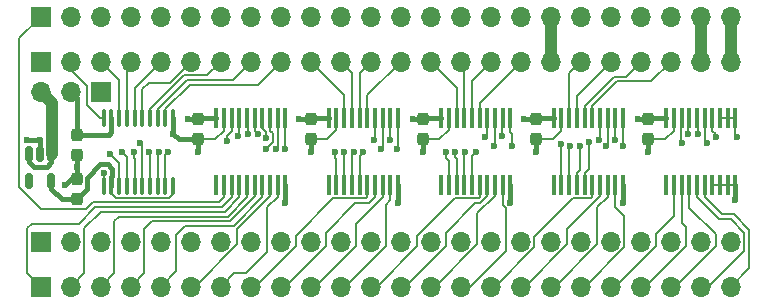
<source format=gbr>
%TF.GenerationSoftware,KiCad,Pcbnew,8.0.1*%
%TF.CreationDate,2024-03-31T10:02:36+09:00*%
%TF.ProjectId,TangNano9k5V,54616e67-4e61-46e6-9f39-6b35562e6b69,rev?*%
%TF.SameCoordinates,Original*%
%TF.FileFunction,Copper,L1,Top*%
%TF.FilePolarity,Positive*%
%FSLAX46Y46*%
G04 Gerber Fmt 4.6, Leading zero omitted, Abs format (unit mm)*
G04 Created by KiCad (PCBNEW 8.0.1) date 2024-03-31 10:02:36*
%MOMM*%
%LPD*%
G01*
G04 APERTURE LIST*
G04 Aperture macros list*
%AMRoundRect*
0 Rectangle with rounded corners*
0 $1 Rounding radius*
0 $2 $3 $4 $5 $6 $7 $8 $9 X,Y pos of 4 corners*
0 Add a 4 corners polygon primitive as box body*
4,1,4,$2,$3,$4,$5,$6,$7,$8,$9,$2,$3,0*
0 Add four circle primitives for the rounded corners*
1,1,$1+$1,$2,$3*
1,1,$1+$1,$4,$5*
1,1,$1+$1,$6,$7*
1,1,$1+$1,$8,$9*
0 Add four rect primitives between the rounded corners*
20,1,$1+$1,$2,$3,$4,$5,0*
20,1,$1+$1,$4,$5,$6,$7,0*
20,1,$1+$1,$6,$7,$8,$9,0*
20,1,$1+$1,$8,$9,$2,$3,0*%
G04 Aperture macros list end*
%TA.AperFunction,SMDPad,CuDef*%
%ADD10RoundRect,0.237500X-0.237500X0.300000X-0.237500X-0.300000X0.237500X-0.300000X0.237500X0.300000X0*%
%TD*%
%TA.AperFunction,SMDPad,CuDef*%
%ADD11RoundRect,0.237500X0.237500X-0.300000X0.237500X0.300000X-0.237500X0.300000X-0.237500X-0.300000X0*%
%TD*%
%TA.AperFunction,ComponentPad*%
%ADD12R,1.700000X1.700000*%
%TD*%
%TA.AperFunction,ComponentPad*%
%ADD13O,1.700000X1.700000*%
%TD*%
%TA.AperFunction,SMDPad,CuDef*%
%ADD14R,0.355600X1.676400*%
%TD*%
%TA.AperFunction,SMDPad,CuDef*%
%ADD15RoundRect,0.100000X0.100000X-0.637500X0.100000X0.637500X-0.100000X0.637500X-0.100000X-0.637500X0*%
%TD*%
%TA.AperFunction,SMDPad,CuDef*%
%ADD16RoundRect,0.150000X-0.150000X0.512500X-0.150000X-0.512500X0.150000X-0.512500X0.150000X0.512500X0*%
%TD*%
%TA.AperFunction,ViaPad*%
%ADD17C,0.600000*%
%TD*%
%TA.AperFunction,Conductor*%
%ADD18C,0.400000*%
%TD*%
%TA.AperFunction,Conductor*%
%ADD19C,1.000000*%
%TD*%
%TA.AperFunction,Conductor*%
%ADD20C,0.200000*%
%TD*%
G04 APERTURE END LIST*
D10*
%TO.P,C6,1*%
%TO.N,+3.3V*%
X25400000Y-11202500D03*
%TO.P,C6,2*%
%TO.N,GND*%
X25400000Y-12927500D03*
%TD*%
D11*
%TO.P,C3,1*%
%TO.N,+1V8*%
X5588000Y-18007500D03*
%TO.P,C3,2*%
%TO.N,GND*%
X5588000Y-16282500D03*
%TD*%
D12*
%TO.P,J3,1,Pin_1*%
%TO.N,PIN63*%
X2540000Y-2540000D03*
D13*
%TO.P,J3,2,Pin_2*%
%TO.N,PIN86*%
X5080000Y-2540000D03*
%TO.P,J3,3,Pin_3*%
%TO.N,PIN85*%
X7620000Y-2540000D03*
%TO.P,J3,4,Pin_4*%
%TO.N,PIN84*%
X10160000Y-2540000D03*
%TO.P,J3,5,Pin_5*%
%TO.N,PIN83*%
X12700000Y-2540000D03*
%TO.P,J3,6,Pin_6*%
%TO.N,PIN82*%
X15240000Y-2540000D03*
%TO.P,J3,7,Pin_7*%
%TO.N,PIN81*%
X17780000Y-2540000D03*
%TO.P,J3,8,Pin_8*%
%TO.N,PIN80*%
X20320000Y-2540000D03*
%TO.P,J3,9,Pin_9*%
%TO.N,PIN79*%
X22860000Y-2540000D03*
%TO.P,J3,10,Pin_10*%
%TO.N,PIN77*%
X25400000Y-2540000D03*
%TO.P,J3,11,Pin_11*%
%TO.N,PIN76*%
X27940000Y-2540000D03*
%TO.P,J3,12,Pin_12*%
%TO.N,PIN75*%
X30480000Y-2540000D03*
%TO.P,J3,13,Pin_13*%
%TO.N,PIN74*%
X33020000Y-2540000D03*
%TO.P,J3,14,Pin_14*%
%TO.N,PIN73*%
X35560000Y-2540000D03*
%TO.P,J3,15,Pin_15*%
%TO.N,PIN72*%
X38100000Y-2540000D03*
%TO.P,J3,16,Pin_16*%
%TO.N,PIN71*%
X40640000Y-2540000D03*
%TO.P,J3,17,Pin_17*%
%TO.N,PIN70*%
X43180000Y-2540000D03*
%TO.P,J3,18,Pin_18*%
%TO.N,+5V*%
X45720000Y-2540000D03*
%TO.P,J3,19,Pin_19*%
%TO.N,PIN48*%
X48260000Y-2540000D03*
%TO.P,J3,20,Pin_20*%
%TO.N,PIN49*%
X50800000Y-2540000D03*
%TO.P,J3,21,Pin_21*%
%TO.N,PIN31*%
X53340000Y-2540000D03*
%TO.P,J3,22,Pin_22*%
%TO.N,PIN32*%
X55880000Y-2540000D03*
%TO.P,J3,23,Pin_23*%
%TO.N,GND*%
X58420000Y-2540000D03*
%TO.P,J3,24,Pin_24*%
%TO.N,+3.3V*%
X60960000Y-2540000D03*
%TD*%
D14*
%TO.P,U5,1,NC*%
%TO.N,unconnected-(U5-NC-Pad1)*%
X45970000Y-16789400D03*
%TO.P,U5,2,A1*%
%TO.N,PIN48*%
X46620001Y-16789400D03*
%TO.P,U5,3,A2*%
%TO.N,PIN49*%
X47269999Y-16789400D03*
%TO.P,U5,4,A3*%
%TO.N,PIN31*%
X47920001Y-16789400D03*
%TO.P,U5,5,A4*%
%TO.N,PIN32*%
X48569999Y-16789400D03*
%TO.P,U5,6,A5*%
%TO.N,PIN42*%
X49219998Y-16789400D03*
%TO.P,U5,7,A6*%
%TO.N,PIN51*%
X49869999Y-16789400D03*
%TO.P,U5,8,A7*%
%TO.N,PIN53*%
X50519998Y-16789400D03*
%TO.P,U5,9,A8*%
%TO.N,PIN54*%
X51169999Y-16789400D03*
%TO.P,U5,10,GND*%
%TO.N,GND*%
X51819998Y-16789400D03*
%TO.P,U5,11,B8*%
%TO.N,PIN54_H*%
X51820000Y-11150600D03*
%TO.P,U5,12,B7*%
%TO.N,PIN53_H*%
X51170002Y-11150600D03*
%TO.P,U5,13,B6*%
%TO.N,PIN51_H*%
X50520001Y-11150600D03*
%TO.P,U5,14,B5*%
%TO.N,PIN42_H*%
X49870002Y-11150600D03*
%TO.P,U5,15,B4*%
%TO.N,PIN32_H*%
X49220001Y-11150600D03*
%TO.P,U5,16,B3*%
%TO.N,PIN31_H*%
X48570002Y-11150600D03*
%TO.P,U5,17,B2*%
%TO.N,PIN49_H*%
X47920001Y-11150600D03*
%TO.P,U5,18,B1*%
%TO.N,PIN48_H*%
X47270002Y-11150600D03*
%TO.P,U5,19,\u002AOE*%
%TO.N,GND*%
X46620001Y-11150600D03*
%TO.P,U5,20,VCC*%
%TO.N,+3.3V*%
X45970002Y-11150600D03*
%TD*%
D10*
%TO.P,C7,1*%
%TO.N,+3.3V*%
X34925000Y-11202500D03*
%TO.P,C7,2*%
%TO.N,GND*%
X34925000Y-12927500D03*
%TD*%
%TO.P,C8,1*%
%TO.N,+3.3V*%
X44450000Y-11202500D03*
%TO.P,C8,2*%
%TO.N,GND*%
X44450000Y-12927500D03*
%TD*%
D14*
%TO.P,U3,1,NC*%
%TO.N,unconnected-(U3-NC-Pad1)*%
X26920000Y-16789400D03*
%TO.P,U3,2,A1*%
%TO.N,PIN77*%
X27570001Y-16789400D03*
%TO.P,U3,3,A2*%
%TO.N,PIN76*%
X28219999Y-16789400D03*
%TO.P,U3,4,A3*%
%TO.N,PIN75*%
X28870001Y-16789400D03*
%TO.P,U3,5,A4*%
%TO.N,PIN74*%
X29519999Y-16789400D03*
%TO.P,U3,6,A5*%
%TO.N,PIN28*%
X30169998Y-16789400D03*
%TO.P,U3,7,A6*%
%TO.N,PIN29*%
X30819999Y-16789400D03*
%TO.P,U3,8,A7*%
%TO.N,PIN30*%
X31469998Y-16789400D03*
%TO.P,U3,9,A8*%
%TO.N,PIN33*%
X32119999Y-16789400D03*
%TO.P,U3,10,GND*%
%TO.N,GND*%
X32769998Y-16789400D03*
%TO.P,U3,11,B8*%
%TO.N,PIN33_H*%
X32770000Y-11150600D03*
%TO.P,U3,12,B7*%
%TO.N,PIN30_H*%
X32120002Y-11150600D03*
%TO.P,U3,13,B6*%
%TO.N,PIN29_H*%
X31470001Y-11150600D03*
%TO.P,U3,14,B5*%
%TO.N,PIN28_H*%
X30820002Y-11150600D03*
%TO.P,U3,15,B4*%
%TO.N,PIN74_H*%
X30170001Y-11150600D03*
%TO.P,U3,16,B3*%
%TO.N,PIN75_H*%
X29520002Y-11150600D03*
%TO.P,U3,17,B2*%
%TO.N,PIN76_H*%
X28870001Y-11150600D03*
%TO.P,U3,18,B1*%
%TO.N,PIN77_H*%
X28220002Y-11150600D03*
%TO.P,U3,19,\u002AOE*%
%TO.N,GND*%
X27570001Y-11150600D03*
%TO.P,U3,20,VCC*%
%TO.N,+3.3V*%
X26920002Y-11150600D03*
%TD*%
%TO.P,U6,1,NC*%
%TO.N,unconnected-(U6-NC-Pad1)*%
X55495000Y-16789400D03*
%TO.P,U6,2,A1*%
%TO.N,PIN55*%
X56145001Y-16789400D03*
%TO.P,U6,3,A2*%
%TO.N,PIN56*%
X56794999Y-16789400D03*
%TO.P,U6,4,A3*%
%TO.N,PIN57*%
X57445001Y-16789400D03*
%TO.P,U6,5,A4*%
%TO.N,PIN68*%
X58094999Y-16789400D03*
%TO.P,U6,6,A5*%
%TO.N,PIN69*%
X58744998Y-16789400D03*
%TO.P,U6,7,A6*%
%TO.N,GND*%
X59394999Y-16789400D03*
%TO.P,U6,8,A7*%
X60044998Y-16789400D03*
%TO.P,U6,9,A8*%
X60694999Y-16789400D03*
%TO.P,U6,10,GND*%
X61344998Y-16789400D03*
%TO.P,U6,11,B8*%
X61345000Y-11150600D03*
%TO.P,U6,12,B7*%
X60695002Y-11150600D03*
%TO.P,U6,13,B6*%
X60045001Y-11150600D03*
%TO.P,U6,14,B5*%
%TO.N,PIN69_H*%
X59395002Y-11150600D03*
%TO.P,U6,15,B4*%
%TO.N,PIN68_H*%
X58745001Y-11150600D03*
%TO.P,U6,16,B3*%
%TO.N,PIN57_H*%
X58095002Y-11150600D03*
%TO.P,U6,17,B2*%
%TO.N,PIN56_H*%
X57445001Y-11150600D03*
%TO.P,U6,18,B1*%
%TO.N,PIN55_H*%
X56795002Y-11150600D03*
%TO.P,U6,19,\u002AOE*%
%TO.N,GND*%
X56145001Y-11150600D03*
%TO.P,U6,20,VCC*%
%TO.N,+3.3V*%
X55495002Y-11150600D03*
%TD*%
%TO.P,U4,1,NC*%
%TO.N,unconnected-(U4-NC-Pad1)*%
X36445000Y-16789400D03*
%TO.P,U4,2,A1*%
%TO.N,PIN73*%
X37095001Y-16789400D03*
%TO.P,U4,3,A2*%
%TO.N,PIN72*%
X37744999Y-16789400D03*
%TO.P,U4,4,A3*%
%TO.N,PIN71*%
X38395001Y-16789400D03*
%TO.P,U4,5,A4*%
%TO.N,PIN70*%
X39044999Y-16789400D03*
%TO.P,U4,6,A5*%
%TO.N,PIN34*%
X39694998Y-16789400D03*
%TO.P,U4,7,A6*%
%TO.N,PIN40*%
X40344999Y-16789400D03*
%TO.P,U4,8,A7*%
%TO.N,PIN35*%
X40994998Y-16789400D03*
%TO.P,U4,9,A8*%
%TO.N,PIN41*%
X41644999Y-16789400D03*
%TO.P,U4,10,GND*%
%TO.N,GND*%
X42294998Y-16789400D03*
%TO.P,U4,11,B8*%
%TO.N,PIN41_H*%
X42295000Y-11150600D03*
%TO.P,U4,12,B7*%
%TO.N,PIN35_H*%
X41645002Y-11150600D03*
%TO.P,U4,13,B6*%
%TO.N,PIN40_H*%
X40995001Y-11150600D03*
%TO.P,U4,14,B5*%
%TO.N,PIN34_H*%
X40345002Y-11150600D03*
%TO.P,U4,15,B4*%
%TO.N,PIN70_H*%
X39695001Y-11150600D03*
%TO.P,U4,16,B3*%
%TO.N,PIN71_H*%
X39045002Y-11150600D03*
%TO.P,U4,17,B2*%
%TO.N,PIN72_H*%
X38395001Y-11150600D03*
%TO.P,U4,18,B1*%
%TO.N,PIN73_H*%
X37745002Y-11150600D03*
%TO.P,U4,19,\u002AOE*%
%TO.N,GND*%
X37095001Y-11150600D03*
%TO.P,U4,20,VCC*%
%TO.N,+3.3V*%
X36445002Y-11150600D03*
%TD*%
D12*
%TO.P,J1,1,Pin_1*%
%TO.N,+5V*%
X7605000Y-8890000D03*
D13*
%TO.P,J1,2,Pin_2*%
%TO.N,Net-(J1-Pin_2)*%
X5065000Y-8890000D03*
%TO.P,J1,3,Pin_3*%
%TO.N,+3.3V*%
X2525000Y-8890000D03*
%TD*%
D14*
%TO.P,U2,1,NC*%
%TO.N,unconnected-(U2-NC-Pad1)*%
X17395000Y-16789400D03*
%TO.P,U2,2,A1*%
%TO.N,PIN63*%
X18045001Y-16789400D03*
%TO.P,U2,3,A2*%
%TO.N,PIN38*%
X18694999Y-16789400D03*
%TO.P,U2,4,A3*%
%TO.N,PIN37*%
X19345001Y-16789400D03*
%TO.P,U2,5,A4*%
%TO.N,PIN36*%
X19994999Y-16789400D03*
%TO.P,U2,6,A5*%
%TO.N,PIN39*%
X20644998Y-16789400D03*
%TO.P,U2,7,A6*%
%TO.N,PIN25*%
X21294999Y-16789400D03*
%TO.P,U2,8,A7*%
%TO.N,PIN26*%
X21944998Y-16789400D03*
%TO.P,U2,9,A8*%
%TO.N,PIN27*%
X22594999Y-16789400D03*
%TO.P,U2,10,GND*%
%TO.N,GND*%
X23244998Y-16789400D03*
%TO.P,U2,11,B8*%
%TO.N,PIN27_H*%
X23245000Y-11150600D03*
%TO.P,U2,12,B7*%
%TO.N,PIN26_H*%
X22595002Y-11150600D03*
%TO.P,U2,13,B6*%
%TO.N,PIN25_H*%
X21945001Y-11150600D03*
%TO.P,U2,14,B5*%
%TO.N,PIN39_H*%
X21295002Y-11150600D03*
%TO.P,U2,15,B4*%
%TO.N,PIN36_H*%
X20645001Y-11150600D03*
%TO.P,U2,16,B3*%
%TO.N,PIN37_H*%
X19995002Y-11150600D03*
%TO.P,U2,17,B2*%
%TO.N,PIN38_H*%
X19345001Y-11150600D03*
%TO.P,U2,18,B1*%
%TO.N,PIN63_H*%
X18695002Y-11150600D03*
%TO.P,U2,19,\u002AOE*%
%TO.N,GND*%
X18045001Y-11150600D03*
%TO.P,U2,20,VCC*%
%TO.N,+3.3V*%
X17395002Y-11150600D03*
%TD*%
D15*
%TO.P,U1,1,A1*%
%TO.N,PIN86*%
X7870000Y-16832500D03*
%TO.P,U1,2,VCCA*%
%TO.N,+1V8*%
X8520000Y-16832500D03*
%TO.P,U1,3,A2*%
%TO.N,PIN85*%
X9170000Y-16832500D03*
%TO.P,U1,4,A3*%
%TO.N,PIN84*%
X9820000Y-16832500D03*
%TO.P,U1,5,A4*%
%TO.N,PIN83*%
X10470000Y-16832500D03*
%TO.P,U1,6,A5*%
%TO.N,PIN82*%
X11120000Y-16832500D03*
%TO.P,U1,7,A6*%
%TO.N,PIN81*%
X11770000Y-16832500D03*
%TO.P,U1,8,A7*%
%TO.N,PIN80*%
X12420000Y-16832500D03*
%TO.P,U1,9,A8*%
%TO.N,PIN79*%
X13070000Y-16832500D03*
%TO.P,U1,10,OE*%
%TO.N,+1V8*%
X13720000Y-16832500D03*
%TO.P,U1,11,GND*%
%TO.N,GND*%
X13720000Y-11107500D03*
%TO.P,U1,12,B8*%
%TO.N,PIN79_H*%
X13070000Y-11107500D03*
%TO.P,U1,13,B7*%
%TO.N,PIN80_H*%
X12420000Y-11107500D03*
%TO.P,U1,14,B6*%
%TO.N,PIN81_H*%
X11770000Y-11107500D03*
%TO.P,U1,15,B5*%
%TO.N,PIN82_H*%
X11120000Y-11107500D03*
%TO.P,U1,16,B4*%
%TO.N,PIN83_H*%
X10470000Y-11107500D03*
%TO.P,U1,17,B3*%
%TO.N,PIN84_H*%
X9820000Y-11107500D03*
%TO.P,U1,18,B2*%
%TO.N,PIN85_H*%
X9170000Y-11107500D03*
%TO.P,U1,19,VCCB*%
%TO.N,Net-(J1-Pin_2)*%
X8520000Y-11107500D03*
%TO.P,U1,20,B1*%
%TO.N,PIN86_H*%
X7870000Y-11107500D03*
%TD*%
D10*
%TO.P,C4,1*%
%TO.N,Net-(J1-Pin_2)*%
X5588000Y-12525500D03*
%TO.P,C4,2*%
%TO.N,GND*%
X5588000Y-14250500D03*
%TD*%
D16*
%TO.P,PS1,1,IN*%
%TO.N,+3.3V*%
X3424000Y-14197000D03*
%TO.P,PS1,2,GND*%
%TO.N,GND*%
X2474000Y-14197000D03*
%TO.P,PS1,3,EN*%
%TO.N,+3.3V*%
X1524000Y-14197000D03*
%TO.P,PS1,4,NC*%
%TO.N,unconnected-(PS1-NC-Pad4)*%
X1524000Y-16472000D03*
%TO.P,PS1,5,OUT*%
%TO.N,+1V8*%
X3424000Y-16472000D03*
%TD*%
D10*
%TO.P,C5,1*%
%TO.N,+3.3V*%
X15875000Y-11202500D03*
%TO.P,C5,2*%
%TO.N,GND*%
X15875000Y-12927500D03*
%TD*%
%TO.P,C9,1*%
%TO.N,+3.3V*%
X53975000Y-11202500D03*
%TO.P,C9,2*%
%TO.N,GND*%
X53975000Y-12927500D03*
%TD*%
D12*
%TO.P,J2,1,Pin_1*%
%TO.N,PIN38*%
X2540000Y-25400000D03*
D13*
%TO.P,J2,2,Pin_2*%
%TO.N,PIN37*%
X5080000Y-25400000D03*
%TO.P,J2,3,Pin_3*%
%TO.N,PIN36*%
X7620000Y-25400000D03*
%TO.P,J2,4,Pin_4*%
%TO.N,PIN39*%
X10160000Y-25400000D03*
%TO.P,J2,5,Pin_5*%
%TO.N,PIN25*%
X12700000Y-25400000D03*
%TO.P,J2,6,Pin_6*%
%TO.N,PIN26*%
X15240000Y-25400000D03*
%TO.P,J2,7,Pin_7*%
%TO.N,PIN27*%
X17780000Y-25400000D03*
%TO.P,J2,8,Pin_8*%
%TO.N,PIN28*%
X20320000Y-25400000D03*
%TO.P,J2,9,Pin_9*%
%TO.N,PIN29*%
X22860000Y-25400000D03*
%TO.P,J2,10,Pin_10*%
%TO.N,PIN30*%
X25400000Y-25400000D03*
%TO.P,J2,11,Pin_11*%
%TO.N,PIN33*%
X27940000Y-25400000D03*
%TO.P,J2,12,Pin_12*%
%TO.N,PIN34*%
X30480000Y-25400000D03*
%TO.P,J2,13,Pin_13*%
%TO.N,PIN40*%
X33020000Y-25400000D03*
%TO.P,J2,14,Pin_14*%
%TO.N,PIN35*%
X35560000Y-25400000D03*
%TO.P,J2,15,Pin_15*%
%TO.N,PIN41*%
X38100000Y-25400000D03*
%TO.P,J2,16,Pin_16*%
%TO.N,PIN42*%
X40640000Y-25400000D03*
%TO.P,J2,17,Pin_17*%
%TO.N,PIN51*%
X43180000Y-25400000D03*
%TO.P,J2,18,Pin_18*%
%TO.N,PIN53*%
X45720000Y-25400000D03*
%TO.P,J2,19,Pin_19*%
%TO.N,PIN54*%
X48260000Y-25400000D03*
%TO.P,J2,20,Pin_20*%
%TO.N,PIN55*%
X50800000Y-25400000D03*
%TO.P,J2,21,Pin_21*%
%TO.N,PIN56*%
X53340000Y-25400000D03*
%TO.P,J2,22,Pin_22*%
%TO.N,PIN57*%
X55880000Y-25400000D03*
%TO.P,J2,23,Pin_23*%
%TO.N,PIN68*%
X58420000Y-25400000D03*
%TO.P,J2,24,Pin_24*%
%TO.N,PIN69*%
X60960000Y-25400000D03*
%TD*%
D12*
%TO.P,J5,1,Pin_1*%
%TO.N,PIN63_H*%
X2540000Y-6350000D03*
D13*
%TO.P,J5,2,Pin_2*%
%TO.N,PIN86_H*%
X5080000Y-6350000D03*
%TO.P,J5,3,Pin_3*%
%TO.N,PIN85_H*%
X7620000Y-6350000D03*
%TO.P,J5,4,Pin_4*%
%TO.N,PIN84_H*%
X10160000Y-6350000D03*
%TO.P,J5,5,Pin_5*%
%TO.N,PIN83_H*%
X12700000Y-6350000D03*
%TO.P,J5,6,Pin_6*%
%TO.N,PIN82_H*%
X15240000Y-6350000D03*
%TO.P,J5,7,Pin_7*%
%TO.N,PIN81_H*%
X17780000Y-6350000D03*
%TO.P,J5,8,Pin_8*%
%TO.N,PIN80_H*%
X20320000Y-6350000D03*
%TO.P,J5,9,Pin_9*%
%TO.N,PIN79_H*%
X22860000Y-6350000D03*
%TO.P,J5,10,Pin_10*%
%TO.N,PIN77_H*%
X25400000Y-6350000D03*
%TO.P,J5,11,Pin_11*%
%TO.N,PIN76_H*%
X27940000Y-6350000D03*
%TO.P,J5,12,Pin_12*%
%TO.N,PIN75_H*%
X30480000Y-6350000D03*
%TO.P,J5,13,Pin_13*%
%TO.N,PIN74_H*%
X33020000Y-6350000D03*
%TO.P,J5,14,Pin_14*%
%TO.N,PIN73_H*%
X35560000Y-6350000D03*
%TO.P,J5,15,Pin_15*%
%TO.N,PIN72_H*%
X38100000Y-6350000D03*
%TO.P,J5,16,Pin_16*%
%TO.N,PIN71_H*%
X40640000Y-6350000D03*
%TO.P,J5,17,Pin_17*%
%TO.N,PIN70_H*%
X43180000Y-6350000D03*
%TO.P,J5,18,Pin_18*%
%TO.N,+5V*%
X45720000Y-6350000D03*
%TO.P,J5,19,Pin_19*%
%TO.N,PIN48_H*%
X48260000Y-6350000D03*
%TO.P,J5,20,Pin_20*%
%TO.N,PIN49_H*%
X50800000Y-6350000D03*
%TO.P,J5,21,Pin_21*%
%TO.N,PIN31_H*%
X53340000Y-6350000D03*
%TO.P,J5,22,Pin_22*%
%TO.N,PIN32_H*%
X55880000Y-6350000D03*
%TO.P,J5,23,Pin_23*%
%TO.N,GND*%
X58420000Y-6350000D03*
%TO.P,J5,24,Pin_24*%
%TO.N,+3.3V*%
X60960000Y-6350000D03*
%TD*%
D12*
%TO.P,J4,1,Pin_1*%
%TO.N,PIN38_H*%
X2540000Y-21590000D03*
D13*
%TO.P,J4,2,Pin_2*%
%TO.N,PIN37_H*%
X5080000Y-21590000D03*
%TO.P,J4,3,Pin_3*%
%TO.N,PIN36_H*%
X7620000Y-21590000D03*
%TO.P,J4,4,Pin_4*%
%TO.N,PIN39_H*%
X10160000Y-21590000D03*
%TO.P,J4,5,Pin_5*%
%TO.N,PIN25_H*%
X12700000Y-21590000D03*
%TO.P,J4,6,Pin_6*%
%TO.N,PIN26_H*%
X15240000Y-21590000D03*
%TO.P,J4,7,Pin_7*%
%TO.N,PIN27_H*%
X17780000Y-21590000D03*
%TO.P,J4,8,Pin_8*%
%TO.N,PIN28_H*%
X20320000Y-21590000D03*
%TO.P,J4,9,Pin_9*%
%TO.N,PIN29_H*%
X22860000Y-21590000D03*
%TO.P,J4,10,Pin_10*%
%TO.N,PIN30_H*%
X25400000Y-21590000D03*
%TO.P,J4,11,Pin_11*%
%TO.N,PIN33_H*%
X27940000Y-21590000D03*
%TO.P,J4,12,Pin_12*%
%TO.N,PIN34_H*%
X30480000Y-21590000D03*
%TO.P,J4,13,Pin_13*%
%TO.N,PIN40_H*%
X33020000Y-21590000D03*
%TO.P,J4,14,Pin_14*%
%TO.N,PIN35_H*%
X35560000Y-21590000D03*
%TO.P,J4,15,Pin_15*%
%TO.N,PIN41_H*%
X38100000Y-21590000D03*
%TO.P,J4,16,Pin_16*%
%TO.N,PIN42_H*%
X40640000Y-21590000D03*
%TO.P,J4,17,Pin_17*%
%TO.N,PIN51_H*%
X43180000Y-21590000D03*
%TO.P,J4,18,Pin_18*%
%TO.N,PIN53_H*%
X45720000Y-21590000D03*
%TO.P,J4,19,Pin_19*%
%TO.N,PIN54_H*%
X48260000Y-21590000D03*
%TO.P,J4,20,Pin_20*%
%TO.N,PIN55_H*%
X50800000Y-21590000D03*
%TO.P,J4,21,Pin_21*%
%TO.N,PIN56_H*%
X53340000Y-21590000D03*
%TO.P,J4,22,Pin_22*%
%TO.N,PIN57_H*%
X55880000Y-21590000D03*
%TO.P,J4,23,Pin_23*%
%TO.N,PIN68_H*%
X58420000Y-21590000D03*
%TO.P,J4,24,Pin_24*%
%TO.N,PIN69_H*%
X60960000Y-21590000D03*
%TD*%
D17*
%TO.N,+3.3V*%
X53086000Y-11176000D03*
X43434000Y-11176000D03*
X34036000Y-11176000D03*
X24384000Y-11176000D03*
X14986000Y-11176000D03*
%TO.N,GND*%
X25400000Y-13970000D03*
X34925000Y-13970000D03*
X13716000Y-12446000D03*
X51816000Y-18288000D03*
X61468000Y-12700000D03*
X4572000Y-16764000D03*
X2474000Y-13015000D03*
X5588000Y-15240000D03*
X53975000Y-13970000D03*
X1331000Y-13015000D03*
X61277500Y-18097500D03*
X23241000Y-18288000D03*
X32766000Y-18288000D03*
X42291000Y-18288000D03*
X15875000Y-13970000D03*
X44450000Y-13970000D03*
%TO.N,PIN86*%
X7874000Y-15748000D03*
%TO.N,PIN85*%
X8382000Y-14132000D03*
%TO.N,PIN84*%
X9398000Y-13970000D03*
%TO.N,PIN83*%
X10414000Y-13970000D03*
%TO.N,PIN82*%
X10922000Y-13208000D03*
%TO.N,PIN81*%
X11720000Y-13970000D03*
%TO.N,PIN80*%
X12520003Y-13970000D03*
%TO.N,PIN79*%
X13320006Y-13970000D03*
%TO.N,PIN77*%
X27432000Y-13970000D03*
%TO.N,PIN76*%
X28232003Y-13970000D03*
%TO.N,PIN75*%
X29032006Y-13970000D03*
%TO.N,PIN74*%
X29829706Y-14030650D03*
%TO.N,PIN73*%
X36830000Y-13970000D03*
%TO.N,PIN72*%
X37630003Y-13970000D03*
%TO.N,PIN71*%
X38430006Y-13970000D03*
%TO.N,PIN70*%
X39370000Y-13970000D03*
%TO.N,PIN48*%
X46600276Y-13326276D03*
%TO.N,PIN49*%
X47375805Y-13522639D03*
%TO.N,PIN31*%
X48172129Y-13446015D03*
%TO.N,PIN32*%
X48915758Y-13151024D03*
%TO.N,PIN38_H*%
X19260619Y-12656619D03*
%TO.N,PIN37_H*%
X20084937Y-12452238D03*
%TO.N,PIN36_H*%
X20884911Y-12445522D03*
%TO.N,PIN39_H*%
X21581684Y-12838601D03*
%TO.N,PIN25_H*%
X21590000Y-13716000D03*
%TO.N,PIN26_H*%
X22414266Y-13740263D03*
%TO.N,PIN27_H*%
X23213788Y-13712540D03*
%TO.N,PIN28_H*%
X30734000Y-12954000D03*
%TO.N,PIN29_H*%
X31344556Y-13724938D03*
%TO.N,PIN30_H*%
X32070001Y-12954000D03*
%TO.N,PIN33_H*%
X32670001Y-13716000D03*
%TO.N,PIN34_H*%
X40132000Y-12700000D03*
%TO.N,PIN40_H*%
X40894000Y-13462000D03*
%TO.N,PIN35_H*%
X41595001Y-12642313D03*
%TO.N,PIN41_H*%
X42418000Y-13462000D03*
%TO.N,PIN42_H*%
X49784000Y-12954000D03*
%TO.N,PIN51_H*%
X50349687Y-13519687D03*
%TO.N,PIN53_H*%
X51120001Y-12954000D03*
%TO.N,PIN54_H*%
X51816000Y-13462000D03*
%TO.N,PIN55_H*%
X56804000Y-13208000D03*
%TO.N,PIN56_H*%
X57344998Y-12446000D03*
%TO.N,PIN57_H*%
X58145001Y-12446000D03*
%TO.N,PIN68_H*%
X58928000Y-13208000D03*
%TO.N,PIN69_H*%
X59690000Y-12700000D03*
%TO.N,PIN63_H*%
X18263291Y-13088261D03*
%TD*%
D18*
%TO.N,+3.3V*%
X3023999Y-15259500D02*
X3424000Y-14859499D01*
X25373500Y-11176000D02*
X25400000Y-11202500D01*
X54026900Y-11150600D02*
X53975000Y-11202500D01*
X14986000Y-11176000D02*
X15848500Y-11176000D01*
X3424000Y-14859499D02*
X3424000Y-14197000D01*
X53086000Y-11176000D02*
X53948500Y-11176000D01*
X34036000Y-11176000D02*
X34898500Y-11176000D01*
D19*
X3474000Y-9839000D02*
X3474000Y-14197000D01*
D18*
X34976900Y-11150600D02*
X34925000Y-11202500D01*
X1524000Y-14859499D02*
X1924001Y-15259500D01*
X43434000Y-11176000D02*
X44423500Y-11176000D01*
X36445002Y-11150600D02*
X34976900Y-11150600D01*
X45970002Y-11150600D02*
X44501900Y-11150600D01*
X34898500Y-11176000D02*
X34925000Y-11202500D01*
X44423500Y-11176000D02*
X44450000Y-11202500D01*
D19*
X2525000Y-8890000D02*
X3474000Y-9839000D01*
D18*
X1924001Y-15259500D02*
X3023999Y-15259500D01*
X26920002Y-11150600D02*
X25451900Y-11150600D01*
X24384000Y-11176000D02*
X25373500Y-11176000D01*
D19*
X60960000Y-2540000D02*
X60960000Y-6350000D01*
D18*
X53948500Y-11176000D02*
X53975000Y-11202500D01*
X15848500Y-11176000D02*
X15875000Y-11202500D01*
X55495002Y-11150600D02*
X54026900Y-11150600D01*
X15926900Y-11150600D02*
X15875000Y-11202500D01*
X1524000Y-14197000D02*
X1524000Y-14859499D01*
X17395002Y-11150600D02*
X15926900Y-11150600D01*
X25451900Y-11150600D02*
X25400000Y-11202500D01*
X44501900Y-11150600D02*
X44450000Y-11202500D01*
%TO.N,GND*%
X23244998Y-16789400D02*
X23244998Y-18284002D01*
X14197500Y-12927500D02*
X13716000Y-12446000D01*
X2474000Y-14197000D02*
X2474000Y-13015000D01*
X25400000Y-12927500D02*
X25400000Y-13970000D01*
D20*
X61345000Y-11150600D02*
X61345000Y-12577000D01*
X34925000Y-12927500D02*
X36284102Y-12927500D01*
D18*
X32769998Y-18284002D02*
X32766000Y-18288000D01*
D20*
X61345000Y-12577000D02*
X61468000Y-12700000D01*
X55406301Y-12927500D02*
X56145001Y-12188800D01*
D18*
X2474000Y-13015000D02*
X1331000Y-13015000D01*
X61344998Y-18030002D02*
X61277500Y-18097500D01*
D20*
X27570001Y-12116601D02*
X27570001Y-11150600D01*
D18*
X13720000Y-12442000D02*
X13716000Y-12446000D01*
X23244998Y-18284002D02*
X23241000Y-18288000D01*
X32769998Y-16789400D02*
X32769998Y-18284002D01*
X5588000Y-14250500D02*
X5588000Y-16282500D01*
X34925000Y-12927500D02*
X34925000Y-13970000D01*
X51819998Y-16789400D02*
X51819998Y-18284002D01*
D20*
X37095001Y-12116601D02*
X37095001Y-11150600D01*
D18*
X5588000Y-16282500D02*
X5053500Y-16282500D01*
X44450000Y-12927500D02*
X44450000Y-13970000D01*
D20*
X46620001Y-12188800D02*
X46620001Y-11150600D01*
D18*
X42294998Y-16789400D02*
X42294998Y-18284002D01*
D20*
X56145001Y-12188800D02*
X56145001Y-11150600D01*
D18*
X53975000Y-12927500D02*
X53975000Y-13970000D01*
D20*
X15875000Y-12927500D02*
X17306301Y-12927500D01*
X44450000Y-12927500D02*
X45881301Y-12927500D01*
X53975000Y-12927500D02*
X55406301Y-12927500D01*
X18045001Y-12188800D02*
X18045001Y-11150600D01*
X45881301Y-12927500D02*
X46620001Y-12188800D01*
X36284102Y-12927500D02*
X37095001Y-12116601D01*
X60694999Y-16789400D02*
X59394999Y-16789400D01*
X61345000Y-11150600D02*
X60045001Y-11150600D01*
D18*
X15875000Y-12927500D02*
X15875000Y-13970000D01*
D20*
X60694999Y-16789400D02*
X61344998Y-16789400D01*
D18*
X61344998Y-16789400D02*
X61344998Y-18030002D01*
X42294998Y-18284002D02*
X42291000Y-18288000D01*
D20*
X26759102Y-12927500D02*
X27570001Y-12116601D01*
D18*
X15875000Y-12927500D02*
X14197500Y-12927500D01*
X13720000Y-11107500D02*
X13720000Y-12442000D01*
X5053500Y-16282500D02*
X4572000Y-16764000D01*
D20*
X17306301Y-12927500D02*
X18045001Y-12188800D01*
X25400000Y-12927500D02*
X26759102Y-12927500D01*
D18*
X51819998Y-18284002D02*
X51816000Y-18288000D01*
D19*
X58420000Y-6350000D02*
X58420000Y-2540000D01*
%TO.N,+5V*%
X45720000Y-2540000D02*
X45720000Y-6350000D01*
D20*
%TO.N,+1V8*%
X8901544Y-17870000D02*
X8520000Y-17488456D01*
D18*
X4297001Y-18007500D02*
X5588000Y-18007500D01*
D20*
X8520000Y-17488456D02*
X8520000Y-16832500D01*
D18*
X6463000Y-17132500D02*
X5588000Y-18007500D01*
D20*
X13419999Y-17870000D02*
X8901544Y-17870000D01*
D18*
X8574000Y-16037950D02*
X8574000Y-15432000D01*
D20*
X13720000Y-17569999D02*
X13419999Y-17870000D01*
D18*
X8190000Y-15048000D02*
X7584050Y-15048000D01*
X3424000Y-17134499D02*
X4297001Y-18007500D01*
X3424000Y-16472000D02*
X3424000Y-17134499D01*
X8520000Y-16832500D02*
X8520000Y-16091950D01*
D20*
X13720000Y-16832500D02*
X13720000Y-17569999D01*
D18*
X8520000Y-16091950D02*
X8574000Y-16037950D01*
X8574000Y-15432000D02*
X8190000Y-15048000D01*
X7584050Y-15048000D02*
X6463000Y-16169050D01*
X6463000Y-16169050D02*
X6463000Y-17132500D01*
D20*
%TO.N,PIN38*%
X2540000Y-25400000D02*
X1390000Y-24250000D01*
X1778000Y-20050000D02*
X5732000Y-20050000D01*
X18694999Y-17827600D02*
X18694999Y-16789400D01*
X5732000Y-20050000D02*
X7112000Y-18670000D01*
X1390000Y-24250000D02*
X1390000Y-20438000D01*
X17852599Y-18670000D02*
X18694999Y-17827600D01*
X7112000Y-18670000D02*
X17852599Y-18670000D01*
X1390000Y-20438000D02*
X1778000Y-20050000D01*
%TO.N,PIN37*%
X7620000Y-19070000D02*
X18102601Y-19070000D01*
X5080000Y-25400000D02*
X6230000Y-24250000D01*
X18102601Y-19070000D02*
X19345001Y-17827600D01*
X6230000Y-20460000D02*
X7620000Y-19070000D01*
X6230000Y-24250000D02*
X6230000Y-20460000D01*
X19345001Y-17827600D02*
X19345001Y-16789400D01*
%TO.N,PIN36*%
X9144000Y-19470000D02*
X18352599Y-19470000D01*
X8770000Y-24250000D02*
X8770000Y-19844000D01*
X7620000Y-25400000D02*
X8770000Y-24250000D01*
X18352599Y-19470000D02*
X19994999Y-17827600D01*
X19994999Y-17827600D02*
X19994999Y-16789400D01*
X8770000Y-19844000D02*
X9144000Y-19470000D01*
%TO.N,PIN39*%
X20644998Y-17755401D02*
X20644998Y-16789400D01*
X11310000Y-20498000D02*
X11938000Y-19870000D01*
X11310000Y-24250000D02*
X11310000Y-20498000D01*
X18530399Y-19870000D02*
X20644998Y-17755401D01*
X11938000Y-19870000D02*
X18530399Y-19870000D01*
X10160000Y-25400000D02*
X11310000Y-24250000D01*
%TO.N,PIN25*%
X14020000Y-24080000D02*
X14020000Y-20982000D01*
X14732000Y-20270000D02*
X18852599Y-20270000D01*
X14020000Y-20982000D02*
X14732000Y-20270000D01*
X21294999Y-17827600D02*
X21294999Y-16789400D01*
X12700000Y-25400000D02*
X14020000Y-24080000D01*
X18852599Y-20270000D02*
X21294999Y-17827600D01*
%TO.N,PIN26*%
X21944998Y-17743287D02*
X21944998Y-16789400D01*
X19170000Y-21826346D02*
X19170000Y-20518285D01*
X19170000Y-20518285D02*
X21944998Y-17743287D01*
X15240000Y-25400000D02*
X15596346Y-25400000D01*
X15596346Y-25400000D02*
X19170000Y-21826346D01*
%TO.N,PIN27*%
X19946000Y-24250000D02*
X21710000Y-22486000D01*
X21710000Y-18676000D02*
X22594999Y-17791001D01*
X21710000Y-22486000D02*
X21710000Y-18676000D01*
X17780000Y-25400000D02*
X18930000Y-24250000D01*
X18930000Y-24250000D02*
X19946000Y-24250000D01*
X22594999Y-17791001D02*
X22594999Y-16789400D01*
%TO.N,PIN28*%
X30169998Y-17827600D02*
X30169998Y-16789400D01*
X27284400Y-17927600D02*
X30069998Y-17927600D01*
X30069998Y-17927600D02*
X30169998Y-17827600D01*
X20676346Y-25400000D02*
X24130000Y-21946346D01*
X24130000Y-21082000D02*
X27284400Y-17927600D01*
X20320000Y-25400000D02*
X20676346Y-25400000D01*
X24130000Y-21946346D02*
X24130000Y-21082000D01*
%TO.N,PIN29*%
X30819999Y-17827600D02*
X30819999Y-16789400D01*
X26670000Y-21946346D02*
X26670000Y-20828000D01*
X22860000Y-25400000D02*
X23216346Y-25400000D01*
X29170400Y-18327600D02*
X30319999Y-18327600D01*
X26670000Y-20828000D02*
X29170400Y-18327600D01*
X30319999Y-18327600D02*
X30819999Y-17827600D01*
X23216346Y-25400000D02*
X26670000Y-21946346D01*
%TO.N,PIN30*%
X25756346Y-25400000D02*
X29210000Y-21946346D01*
X31469998Y-17827600D02*
X31469998Y-16789400D01*
X29210000Y-20087598D02*
X31469998Y-17827600D01*
X25400000Y-25400000D02*
X25756346Y-25400000D01*
X29210000Y-21946346D02*
X29210000Y-20087598D01*
%TO.N,PIN33*%
X27940000Y-25400000D02*
X28296346Y-25400000D01*
X31750000Y-21946346D02*
X31750000Y-18455471D01*
X31750000Y-18455471D02*
X32119999Y-18085472D01*
X28296346Y-25400000D02*
X31750000Y-21946346D01*
X32119999Y-18085472D02*
X32119999Y-16789400D01*
%TO.N,PIN34*%
X30988000Y-25400000D02*
X34410000Y-21978000D01*
X30480000Y-25400000D02*
X30988000Y-25400000D01*
X34410000Y-21978000D02*
X34410000Y-21109600D01*
X39594998Y-17927600D02*
X39694998Y-17827600D01*
X39694998Y-17827600D02*
X39694998Y-16789400D01*
X34410000Y-21109600D02*
X37592000Y-17927600D01*
X37592000Y-17927600D02*
X39594998Y-17927600D01*
%TO.N,PIN40*%
X36830000Y-20828000D02*
X39330400Y-18327600D01*
X39760684Y-18327600D02*
X40344999Y-17743285D01*
X33020000Y-25400000D02*
X33376346Y-25400000D01*
X33376346Y-25400000D02*
X36830000Y-21946346D01*
X39330400Y-18327600D02*
X39760684Y-18327600D01*
X40344999Y-17743285D02*
X40344999Y-16789400D01*
X36830000Y-21946346D02*
X36830000Y-20828000D01*
%TO.N,PIN35*%
X39490000Y-19184000D02*
X40994998Y-17679002D01*
X35560000Y-25400000D02*
X35916346Y-25400000D01*
X39490000Y-21826346D02*
X39490000Y-19184000D01*
X40994998Y-17679002D02*
X40994998Y-16789400D01*
X35916346Y-25400000D02*
X39490000Y-21826346D01*
%TO.N,PIN41*%
X41910000Y-18755529D02*
X41644999Y-18490528D01*
X38100000Y-25400000D02*
X38862000Y-25400000D01*
X41910000Y-22352000D02*
X41910000Y-18755529D01*
X38862000Y-25400000D02*
X41910000Y-22352000D01*
X41644999Y-18490528D02*
X41644999Y-16789400D01*
%TO.N,PIN42*%
X49219998Y-17827600D02*
X49119998Y-17927600D01*
X44330000Y-21202000D02*
X44330000Y-22066346D01*
X47604400Y-17927600D02*
X44330000Y-21202000D01*
X49219998Y-16789400D02*
X49219998Y-17827600D01*
X49119998Y-17927600D02*
X47604400Y-17927600D01*
X40996346Y-25400000D02*
X40640000Y-25400000D01*
X44330000Y-22066346D02*
X40996346Y-25400000D01*
%TO.N,PIN51*%
X43536346Y-25400000D02*
X47110000Y-21826346D01*
X43180000Y-25400000D02*
X43536346Y-25400000D01*
X47110000Y-21826346D02*
X47110000Y-20503283D01*
X47110000Y-20503283D02*
X49869999Y-17743284D01*
X49869999Y-17743284D02*
X49869999Y-16789400D01*
%TO.N,PIN53*%
X49650000Y-21826346D02*
X49650000Y-18676000D01*
X49650000Y-18676000D02*
X50519998Y-17806002D01*
X46076346Y-25400000D02*
X49650000Y-21826346D01*
X50519998Y-17806002D02*
X50519998Y-16789400D01*
X45720000Y-25400000D02*
X46076346Y-25400000D01*
%TO.N,PIN54*%
X48616346Y-25400000D02*
X51950000Y-22066346D01*
X51169999Y-18657999D02*
X51169999Y-16789400D01*
X48260000Y-25400000D02*
X48616346Y-25400000D01*
X51950000Y-22066346D02*
X51950000Y-19438000D01*
X51950000Y-19438000D02*
X51169999Y-18657999D01*
%TO.N,PIN55*%
X56145001Y-16789400D02*
X56145001Y-19419999D01*
X56145001Y-19419999D02*
X54610000Y-20955000D01*
X54610000Y-20955000D02*
X54610000Y-21946346D01*
X54610000Y-21946346D02*
X51156346Y-25400000D01*
X51156346Y-25400000D02*
X50800000Y-25400000D01*
%TO.N,PIN56*%
X57150000Y-20320000D02*
X56794999Y-19964999D01*
X53696346Y-25400000D02*
X53340000Y-25400000D01*
X57150000Y-21946346D02*
X57150000Y-20320000D01*
X53696346Y-25400000D02*
X57150000Y-21946346D01*
X56794999Y-19964999D02*
X56794999Y-16789400D01*
%TO.N,PIN57*%
X56236346Y-25400000D02*
X59690000Y-21946346D01*
X55880000Y-25400000D02*
X56236346Y-25400000D01*
X57445001Y-18710001D02*
X57445001Y-16789400D01*
X59690000Y-20955000D02*
X57445001Y-18710001D01*
X59690000Y-21946346D02*
X59690000Y-20955000D01*
%TO.N,PIN68*%
X59055000Y-25400000D02*
X58420000Y-25400000D01*
X59952399Y-19685000D02*
X60960000Y-19685000D01*
X58094999Y-17827600D02*
X59952399Y-19685000D01*
X62110000Y-22345000D02*
X59055000Y-25400000D01*
X62110000Y-20835000D02*
X62110000Y-22345000D01*
X58094999Y-16789400D02*
X58094999Y-17827600D01*
X60960000Y-19685000D02*
X62110000Y-20835000D01*
%TO.N,PIN69*%
X58744998Y-16789400D02*
X58744998Y-17827600D01*
X60202398Y-19285000D02*
X61195000Y-19285000D01*
X58744998Y-17827600D02*
X60202398Y-19285000D01*
X61195000Y-19285000D02*
X62510000Y-20600000D01*
X62510000Y-23850000D02*
X60960000Y-25400000D01*
X62510000Y-20600000D02*
X62510000Y-23850000D01*
%TO.N,PIN63*%
X17602601Y-18270000D02*
X18045001Y-17827600D01*
X6371314Y-18845000D02*
X6946315Y-18270000D01*
X2540000Y-2540000D02*
X731000Y-4349000D01*
X731000Y-16982052D02*
X2593948Y-18845000D01*
X6946315Y-18270000D02*
X17602601Y-18270000D01*
X731000Y-4349000D02*
X731000Y-16982052D01*
X2593948Y-18845000D02*
X6371314Y-18845000D01*
X18045001Y-17827600D02*
X18045001Y-16789400D01*
%TO.N,PIN86*%
X7870000Y-15752000D02*
X7874000Y-15748000D01*
X7870000Y-16832500D02*
X7870000Y-15752000D01*
%TO.N,PIN85*%
X9170000Y-16832500D02*
X9170000Y-14920000D01*
X9170000Y-14920000D02*
X8382000Y-14132000D01*
%TO.N,PIN84*%
X9398000Y-13970000D02*
X9820000Y-14392000D01*
X9820000Y-14392000D02*
X9820000Y-16832500D01*
%TO.N,PIN83*%
X10470000Y-14534000D02*
X10470000Y-16832500D01*
X10414000Y-14478000D02*
X10470000Y-14534000D01*
X10414000Y-13970000D02*
X10414000Y-14478000D01*
%TO.N,PIN82*%
X11120000Y-13406000D02*
X11120000Y-16832500D01*
X10922000Y-13208000D02*
X11120000Y-13406000D01*
%TO.N,PIN81*%
X11770000Y-16832500D02*
X11770000Y-14020000D01*
X11770000Y-14020000D02*
X11720000Y-13970000D01*
%TO.N,PIN80*%
X12520003Y-13970000D02*
X12420000Y-14070003D01*
X12420000Y-14070003D02*
X12420000Y-16832500D01*
%TO.N,PIN79*%
X13070000Y-14220006D02*
X13070000Y-16832500D01*
X13320006Y-13970000D02*
X13070000Y-14220006D01*
%TO.N,PIN77*%
X27432000Y-14478000D02*
X27570001Y-14616001D01*
X27570001Y-14616001D02*
X27570001Y-16789400D01*
X27432000Y-13970000D02*
X27432000Y-14478000D01*
%TO.N,PIN76*%
X28232003Y-13970000D02*
X28232003Y-14439997D01*
X28219999Y-14452001D02*
X28219999Y-16789400D01*
X28232003Y-14439997D02*
X28219999Y-14452001D01*
%TO.N,PIN75*%
X28870001Y-14132005D02*
X28870001Y-16789400D01*
X29032006Y-13970000D02*
X28870001Y-14132005D01*
%TO.N,PIN74*%
X29829706Y-14030650D02*
X29519999Y-14340357D01*
X29519999Y-14340357D02*
X29519999Y-16789400D01*
%TO.N,PIN73*%
X36830000Y-13970000D02*
X36830000Y-14478000D01*
X36830000Y-14478000D02*
X37095001Y-14743001D01*
X37095001Y-14743001D02*
X37095001Y-16789400D01*
%TO.N,PIN72*%
X37630003Y-13970000D02*
X37630003Y-14439997D01*
X37630003Y-14439997D02*
X37744999Y-14554993D01*
X37744999Y-14554993D02*
X37744999Y-16789400D01*
%TO.N,PIN71*%
X38430006Y-13970000D02*
X38395001Y-14005005D01*
X38395001Y-14005005D02*
X38395001Y-16789400D01*
%TO.N,PIN70*%
X39044999Y-14295001D02*
X39044999Y-16789400D01*
X39370000Y-13970000D02*
X39044999Y-14295001D01*
%TO.N,PIN48*%
X46620001Y-13346001D02*
X46620001Y-16789400D01*
X46600276Y-13326276D02*
X46620001Y-13346001D01*
%TO.N,PIN49*%
X47269999Y-16789400D02*
X47269999Y-13628445D01*
X47269999Y-13628445D02*
X47375805Y-13522639D01*
%TO.N,PIN31*%
X47920001Y-15751200D02*
X48172129Y-15499072D01*
X47920001Y-16789400D02*
X47920001Y-15751200D01*
X48172129Y-15499072D02*
X48172129Y-13446015D01*
%TO.N,PIN32*%
X48569999Y-15751200D02*
X48915758Y-15405441D01*
X48569999Y-16789400D02*
X48569999Y-15751200D01*
X48915758Y-15405441D02*
X48915758Y-13151024D01*
%TO.N,PIN38_H*%
X19345001Y-11150600D02*
X19345001Y-12572237D01*
X19345001Y-12572237D02*
X19260619Y-12656619D01*
%TO.N,PIN37_H*%
X20084937Y-11240535D02*
X19995002Y-11150600D01*
X20084937Y-12452238D02*
X20084937Y-11240535D01*
%TO.N,PIN36_H*%
X20645001Y-12205612D02*
X20645001Y-11150600D01*
X20884911Y-12445522D02*
X20645001Y-12205612D01*
%TO.N,PIN39_H*%
X21581684Y-12838601D02*
X21581684Y-12288800D01*
X21581684Y-12288800D02*
X21295002Y-12002118D01*
X21295002Y-12002118D02*
X21295002Y-11150600D01*
%TO.N,PIN25_H*%
X22181684Y-12392000D02*
X21981684Y-12192000D01*
X21981684Y-12192000D02*
X21981684Y-11187283D01*
X22181684Y-13124316D02*
X22181684Y-12392000D01*
X21590000Y-13716000D02*
X22181684Y-13124316D01*
X21981684Y-11187283D02*
X21945001Y-11150600D01*
%TO.N,PIN26_H*%
X22595002Y-13559527D02*
X22595002Y-11150600D01*
X22414266Y-13740263D02*
X22595002Y-13559527D01*
%TO.N,PIN27_H*%
X23213788Y-13307788D02*
X23245000Y-13276576D01*
X23213788Y-13712540D02*
X23213788Y-13307788D01*
X23245000Y-13276576D02*
X23245000Y-11150600D01*
%TO.N,PIN28_H*%
X30820002Y-11150600D02*
X30820002Y-12867998D01*
X30820002Y-12867998D02*
X30734000Y-12954000D01*
%TO.N,PIN29_H*%
X31344556Y-13724938D02*
X31470001Y-13599493D01*
X31470001Y-13599493D02*
X31470001Y-11150600D01*
%TO.N,PIN30_H*%
X32120002Y-12903999D02*
X32070001Y-12954000D01*
X32120002Y-11150600D02*
X32120002Y-12903999D01*
%TO.N,PIN33_H*%
X32770000Y-11150600D02*
X32770000Y-13616001D01*
X32770000Y-13616001D02*
X32670001Y-13716000D01*
%TO.N,PIN34_H*%
X40345002Y-12740998D02*
X40345002Y-11150600D01*
%TO.N,PIN40_H*%
X40995001Y-11150600D02*
X40995001Y-13360999D01*
X40995001Y-13360999D02*
X40894000Y-13462000D01*
%TO.N,PIN35_H*%
X41595001Y-11200601D02*
X41645002Y-11150600D01*
X41595001Y-12642313D02*
X41595001Y-11200601D01*
%TO.N,PIN41_H*%
X42295000Y-12323000D02*
X42418000Y-12446000D01*
X42295000Y-11150600D02*
X42295000Y-12323000D01*
X42418000Y-12446000D02*
X42418000Y-13462000D01*
%TO.N,PIN42_H*%
X49870002Y-11150600D02*
X49870002Y-12867998D01*
X49870002Y-12867998D02*
X49784000Y-12954000D01*
%TO.N,PIN51_H*%
X50520001Y-13349373D02*
X50520001Y-11150600D01*
X50349687Y-13519687D02*
X50520001Y-13349373D01*
%TO.N,PIN53_H*%
X51120001Y-11200601D02*
X51170002Y-11150600D01*
X51120001Y-12954000D02*
X51120001Y-11200601D01*
%TO.N,PIN54_H*%
X51820000Y-13458000D02*
X51820000Y-11150600D01*
X51816000Y-13462000D02*
X51820000Y-13458000D01*
%TO.N,PIN55_H*%
X56804000Y-13208000D02*
X56744998Y-13148998D01*
X56744998Y-11200604D02*
X56795002Y-11150600D01*
X56744998Y-13148998D02*
X56744998Y-11200604D01*
%TO.N,PIN56_H*%
X57344998Y-12446000D02*
X57344998Y-11250603D01*
X57344998Y-11250603D02*
X57445001Y-11150600D01*
%TO.N,PIN57_H*%
X58145001Y-11200599D02*
X58095002Y-11150600D01*
X58145001Y-12446000D02*
X58145001Y-11200599D01*
%TO.N,PIN68_H*%
X58745001Y-13025001D02*
X58928000Y-13208000D01*
X58745001Y-11150600D02*
X58745001Y-13025001D01*
%TO.N,PIN69_H*%
X59395002Y-12188800D02*
X59690000Y-12483798D01*
X59395002Y-11150600D02*
X59395002Y-12188800D01*
X59690000Y-12483798D02*
X59690000Y-12700000D01*
%TO.N,PIN63_H*%
X18263291Y-13088261D02*
X18263291Y-12620511D01*
X18263291Y-12620511D02*
X18695002Y-12188800D01*
X18695002Y-12188800D02*
X18695002Y-11150600D01*
%TO.N,PIN86_H*%
X6455000Y-8447106D02*
X5080000Y-7072106D01*
X6455000Y-10040000D02*
X6455000Y-8447106D01*
X7522500Y-11107500D02*
X6455000Y-10040000D01*
X7870000Y-11107500D02*
X7522500Y-11107500D01*
X5080000Y-7072106D02*
X5080000Y-6350000D01*
%TO.N,PIN85_H*%
X7620000Y-6350000D02*
X9170000Y-7900000D01*
X9170000Y-7900000D02*
X9170000Y-11107500D01*
%TO.N,PIN84_H*%
X9820000Y-6690000D02*
X9820000Y-11107500D01*
X10160000Y-6350000D02*
X9820000Y-6690000D01*
%TO.N,PIN83_H*%
X12700000Y-6350000D02*
X10470000Y-8580000D01*
X10470000Y-8580000D02*
X10470000Y-11107500D01*
%TO.N,PIN82_H*%
X11684000Y-8128000D02*
X13462000Y-8128000D01*
X11120000Y-8692000D02*
X11684000Y-8128000D01*
X13462000Y-8128000D02*
X15240000Y-6350000D01*
X11120000Y-11107500D02*
X11120000Y-8692000D01*
%TO.N,PIN81_H*%
X14655686Y-7500000D02*
X16630000Y-7500000D01*
X16630000Y-7500000D02*
X17780000Y-6350000D01*
X11770000Y-10385686D02*
X14655686Y-7500000D01*
X11770000Y-11107500D02*
X11770000Y-10385686D01*
%TO.N,PIN80_H*%
X14890001Y-7900000D02*
X18770000Y-7900000D01*
X12420000Y-11107500D02*
X12420000Y-10370001D01*
X12420000Y-10370001D02*
X14890001Y-7900000D01*
X18770000Y-7900000D02*
X20320000Y-6350000D01*
%TO.N,PIN79_H*%
X20910000Y-8300000D02*
X22860000Y-6350000D01*
X15140001Y-8300000D02*
X20910000Y-8300000D01*
X13070000Y-11107500D02*
X13070000Y-10370001D01*
X13070000Y-10370001D02*
X15140001Y-8300000D01*
%TO.N,PIN77_H*%
X28220002Y-9170002D02*
X25400000Y-6350000D01*
X28220002Y-11150600D02*
X28220002Y-9170002D01*
%TO.N,PIN76_H*%
X28870001Y-7280001D02*
X27940000Y-6350000D01*
X28870001Y-11150600D02*
X28870001Y-7280001D01*
%TO.N,PIN75_H*%
X29520002Y-11150600D02*
X29520002Y-7309998D01*
X29520002Y-7309998D02*
X30480000Y-6350000D01*
%TO.N,PIN74_H*%
X30170001Y-9199999D02*
X33020000Y-6350000D01*
X30170001Y-11150600D02*
X30170001Y-9199999D01*
%TO.N,PIN73_H*%
X37745002Y-11150600D02*
X37745002Y-8535002D01*
X37745002Y-8535002D02*
X35560000Y-6350000D01*
%TO.N,PIN72_H*%
X38395001Y-6645001D02*
X38100000Y-6350000D01*
X38395001Y-11150600D02*
X38395001Y-6645001D01*
%TO.N,PIN71_H*%
X39045002Y-11150600D02*
X39045002Y-7944998D01*
X39045002Y-7944998D02*
X40640000Y-6350000D01*
%TO.N,PIN70_H*%
X39695001Y-11150600D02*
X39695001Y-9834999D01*
X39695001Y-9834999D02*
X43180000Y-6350000D01*
%TO.N,PIN48_H*%
X48260000Y-6350000D02*
X47270002Y-7339998D01*
X47270002Y-7339998D02*
X47270002Y-11150600D01*
%TO.N,PIN49_H*%
X47920001Y-9229999D02*
X47920001Y-11150600D01*
X50800000Y-6350000D02*
X47920001Y-9229999D01*
%TO.N,PIN31_H*%
X48570002Y-10112400D02*
X51062402Y-7620000D01*
X52070000Y-7620000D02*
X53340000Y-6350000D01*
X48570002Y-11150600D02*
X48570002Y-10112400D01*
X51062402Y-7620000D02*
X52070000Y-7620000D01*
%TO.N,PIN32_H*%
X54210000Y-8020000D02*
X55880000Y-6350000D01*
X49220001Y-11150600D02*
X49220001Y-10112400D01*
X49220001Y-10112400D02*
X51312401Y-8020000D01*
X51312401Y-8020000D02*
X54210000Y-8020000D01*
D18*
%TO.N,Net-(J1-Pin_2)*%
X5588000Y-12525500D02*
X5588000Y-9413000D01*
X8520000Y-11107500D02*
X8520000Y-12330000D01*
X5588000Y-9413000D02*
X5065000Y-8890000D01*
X8520000Y-12330000D02*
X8324500Y-12525500D01*
X8324500Y-12525500D02*
X5588000Y-12525500D01*
%TD*%
M02*

</source>
